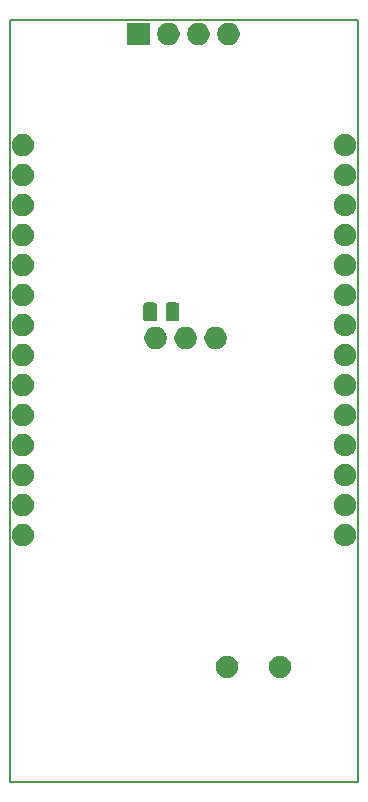
<source format=gbr>
G04 #@! TF.GenerationSoftware,KiCad,Pcbnew,(5.1.6-0-10_14)*
G04 #@! TF.CreationDate,2021-01-15T18:00:30+01:00*
G04 #@! TF.ProjectId,cdm324,63646d33-3234-42e6-9b69-6361645f7063,rev?*
G04 #@! TF.SameCoordinates,Original*
G04 #@! TF.FileFunction,Soldermask,Bot*
G04 #@! TF.FilePolarity,Negative*
%FSLAX46Y46*%
G04 Gerber Fmt 4.6, Leading zero omitted, Abs format (unit mm)*
G04 Created by KiCad (PCBNEW (5.1.6-0-10_14)) date 2021-01-15 18:00:30*
%MOMM*%
%LPD*%
G01*
G04 APERTURE LIST*
G04 #@! TA.AperFunction,Profile*
%ADD10C,0.150000*%
G04 #@! TD*
%ADD11C,0.150000*%
G04 APERTURE END LIST*
D10*
X85350000Y-132600000D02*
X85350000Y-68100000D01*
X114850000Y-132600000D02*
X85350000Y-132600000D01*
X114850000Y-68100000D02*
X114850000Y-132600000D01*
X85350000Y-68100000D02*
X114850000Y-68100000D01*
D11*
G36*
X108527105Y-121926508D02*
G01*
X108699994Y-121998121D01*
X108855590Y-122102087D01*
X108987913Y-122234410D01*
X109091879Y-122390006D01*
X109163492Y-122562895D01*
X109200000Y-122746433D01*
X109200000Y-122933567D01*
X109163492Y-123117105D01*
X109091879Y-123289994D01*
X108987913Y-123445590D01*
X108855590Y-123577913D01*
X108699994Y-123681879D01*
X108527105Y-123753492D01*
X108343567Y-123790000D01*
X108156433Y-123790000D01*
X107972895Y-123753492D01*
X107800006Y-123681879D01*
X107644410Y-123577913D01*
X107512087Y-123445590D01*
X107408121Y-123289994D01*
X107336508Y-123117105D01*
X107300000Y-122933567D01*
X107300000Y-122746433D01*
X107336508Y-122562895D01*
X107408121Y-122390006D01*
X107512087Y-122234410D01*
X107644410Y-122102087D01*
X107800006Y-121998121D01*
X107972895Y-121926508D01*
X108156433Y-121890000D01*
X108343567Y-121890000D01*
X108527105Y-121926508D01*
G37*
G36*
X104027105Y-121926508D02*
G01*
X104199994Y-121998121D01*
X104355590Y-122102087D01*
X104487913Y-122234410D01*
X104591879Y-122390006D01*
X104663492Y-122562895D01*
X104700000Y-122746433D01*
X104700000Y-122933567D01*
X104663492Y-123117105D01*
X104591879Y-123289994D01*
X104487913Y-123445590D01*
X104355590Y-123577913D01*
X104199994Y-123681879D01*
X104027105Y-123753492D01*
X103843567Y-123790000D01*
X103656433Y-123790000D01*
X103472895Y-123753492D01*
X103300006Y-123681879D01*
X103144410Y-123577913D01*
X103012087Y-123445590D01*
X102908121Y-123289994D01*
X102836508Y-123117105D01*
X102800000Y-122933567D01*
X102800000Y-122746433D01*
X102836508Y-122562895D01*
X102908121Y-122390006D01*
X103012087Y-122234410D01*
X103144410Y-122102087D01*
X103300006Y-121998121D01*
X103472895Y-121926508D01*
X103656433Y-121890000D01*
X103843567Y-121890000D01*
X104027105Y-121926508D01*
G37*
G36*
X114017105Y-110786508D02*
G01*
X114189994Y-110858121D01*
X114345590Y-110962087D01*
X114477913Y-111094410D01*
X114581879Y-111250006D01*
X114653492Y-111422895D01*
X114690000Y-111606433D01*
X114690000Y-111793567D01*
X114653492Y-111977105D01*
X114581879Y-112149994D01*
X114477913Y-112305590D01*
X114345590Y-112437913D01*
X114189994Y-112541879D01*
X114017105Y-112613492D01*
X113833567Y-112650000D01*
X113646433Y-112650000D01*
X113462895Y-112613492D01*
X113290006Y-112541879D01*
X113134410Y-112437913D01*
X113002087Y-112305590D01*
X112898121Y-112149994D01*
X112826508Y-111977105D01*
X112790000Y-111793567D01*
X112790000Y-111606433D01*
X112826508Y-111422895D01*
X112898121Y-111250006D01*
X113002087Y-111094410D01*
X113134410Y-110962087D01*
X113290006Y-110858121D01*
X113462895Y-110786508D01*
X113646433Y-110750000D01*
X113833567Y-110750000D01*
X114017105Y-110786508D01*
G37*
G36*
X86737105Y-110786508D02*
G01*
X86909994Y-110858121D01*
X87065590Y-110962087D01*
X87197913Y-111094410D01*
X87301879Y-111250006D01*
X87373492Y-111422895D01*
X87410000Y-111606433D01*
X87410000Y-111793567D01*
X87373492Y-111977105D01*
X87301879Y-112149994D01*
X87197913Y-112305590D01*
X87065590Y-112437913D01*
X86909994Y-112541879D01*
X86737105Y-112613492D01*
X86553567Y-112650000D01*
X86366433Y-112650000D01*
X86182895Y-112613492D01*
X86010006Y-112541879D01*
X85854410Y-112437913D01*
X85722087Y-112305590D01*
X85618121Y-112149994D01*
X85546508Y-111977105D01*
X85510000Y-111793567D01*
X85510000Y-111606433D01*
X85546508Y-111422895D01*
X85618121Y-111250006D01*
X85722087Y-111094410D01*
X85854410Y-110962087D01*
X86010006Y-110858121D01*
X86182895Y-110786508D01*
X86366433Y-110750000D01*
X86553567Y-110750000D01*
X86737105Y-110786508D01*
G37*
G36*
X114017105Y-108246508D02*
G01*
X114189994Y-108318121D01*
X114345590Y-108422087D01*
X114477913Y-108554410D01*
X114581879Y-108710006D01*
X114653492Y-108882895D01*
X114690000Y-109066433D01*
X114690000Y-109253567D01*
X114653492Y-109437105D01*
X114581879Y-109609994D01*
X114477913Y-109765590D01*
X114345590Y-109897913D01*
X114189994Y-110001879D01*
X114017105Y-110073492D01*
X113833567Y-110110000D01*
X113646433Y-110110000D01*
X113462895Y-110073492D01*
X113290006Y-110001879D01*
X113134410Y-109897913D01*
X113002087Y-109765590D01*
X112898121Y-109609994D01*
X112826508Y-109437105D01*
X112790000Y-109253567D01*
X112790000Y-109066433D01*
X112826508Y-108882895D01*
X112898121Y-108710006D01*
X113002087Y-108554410D01*
X113134410Y-108422087D01*
X113290006Y-108318121D01*
X113462895Y-108246508D01*
X113646433Y-108210000D01*
X113833567Y-108210000D01*
X114017105Y-108246508D01*
G37*
G36*
X86737105Y-108246508D02*
G01*
X86909994Y-108318121D01*
X87065590Y-108422087D01*
X87197913Y-108554410D01*
X87301879Y-108710006D01*
X87373492Y-108882895D01*
X87410000Y-109066433D01*
X87410000Y-109253567D01*
X87373492Y-109437105D01*
X87301879Y-109609994D01*
X87197913Y-109765590D01*
X87065590Y-109897913D01*
X86909994Y-110001879D01*
X86737105Y-110073492D01*
X86553567Y-110110000D01*
X86366433Y-110110000D01*
X86182895Y-110073492D01*
X86010006Y-110001879D01*
X85854410Y-109897913D01*
X85722087Y-109765590D01*
X85618121Y-109609994D01*
X85546508Y-109437105D01*
X85510000Y-109253567D01*
X85510000Y-109066433D01*
X85546508Y-108882895D01*
X85618121Y-108710006D01*
X85722087Y-108554410D01*
X85854410Y-108422087D01*
X86010006Y-108318121D01*
X86182895Y-108246508D01*
X86366433Y-108210000D01*
X86553567Y-108210000D01*
X86737105Y-108246508D01*
G37*
G36*
X114017105Y-105706508D02*
G01*
X114189994Y-105778121D01*
X114345590Y-105882087D01*
X114477913Y-106014410D01*
X114581879Y-106170006D01*
X114653492Y-106342895D01*
X114690000Y-106526433D01*
X114690000Y-106713567D01*
X114653492Y-106897105D01*
X114581879Y-107069994D01*
X114477913Y-107225590D01*
X114345590Y-107357913D01*
X114189994Y-107461879D01*
X114017105Y-107533492D01*
X113833567Y-107570000D01*
X113646433Y-107570000D01*
X113462895Y-107533492D01*
X113290006Y-107461879D01*
X113134410Y-107357913D01*
X113002087Y-107225590D01*
X112898121Y-107069994D01*
X112826508Y-106897105D01*
X112790000Y-106713567D01*
X112790000Y-106526433D01*
X112826508Y-106342895D01*
X112898121Y-106170006D01*
X113002087Y-106014410D01*
X113134410Y-105882087D01*
X113290006Y-105778121D01*
X113462895Y-105706508D01*
X113646433Y-105670000D01*
X113833567Y-105670000D01*
X114017105Y-105706508D01*
G37*
G36*
X86737105Y-105706508D02*
G01*
X86909994Y-105778121D01*
X87065590Y-105882087D01*
X87197913Y-106014410D01*
X87301879Y-106170006D01*
X87373492Y-106342895D01*
X87410000Y-106526433D01*
X87410000Y-106713567D01*
X87373492Y-106897105D01*
X87301879Y-107069994D01*
X87197913Y-107225590D01*
X87065590Y-107357913D01*
X86909994Y-107461879D01*
X86737105Y-107533492D01*
X86553567Y-107570000D01*
X86366433Y-107570000D01*
X86182895Y-107533492D01*
X86010006Y-107461879D01*
X85854410Y-107357913D01*
X85722087Y-107225590D01*
X85618121Y-107069994D01*
X85546508Y-106897105D01*
X85510000Y-106713567D01*
X85510000Y-106526433D01*
X85546508Y-106342895D01*
X85618121Y-106170006D01*
X85722087Y-106014410D01*
X85854410Y-105882087D01*
X86010006Y-105778121D01*
X86182895Y-105706508D01*
X86366433Y-105670000D01*
X86553567Y-105670000D01*
X86737105Y-105706508D01*
G37*
G36*
X86737105Y-103166508D02*
G01*
X86909994Y-103238121D01*
X87065590Y-103342087D01*
X87197913Y-103474410D01*
X87301879Y-103630006D01*
X87373492Y-103802895D01*
X87410000Y-103986433D01*
X87410000Y-104173567D01*
X87373492Y-104357105D01*
X87301879Y-104529994D01*
X87197913Y-104685590D01*
X87065590Y-104817913D01*
X86909994Y-104921879D01*
X86737105Y-104993492D01*
X86553567Y-105030000D01*
X86366433Y-105030000D01*
X86182895Y-104993492D01*
X86010006Y-104921879D01*
X85854410Y-104817913D01*
X85722087Y-104685590D01*
X85618121Y-104529994D01*
X85546508Y-104357105D01*
X85510000Y-104173567D01*
X85510000Y-103986433D01*
X85546508Y-103802895D01*
X85618121Y-103630006D01*
X85722087Y-103474410D01*
X85854410Y-103342087D01*
X86010006Y-103238121D01*
X86182895Y-103166508D01*
X86366433Y-103130000D01*
X86553567Y-103130000D01*
X86737105Y-103166508D01*
G37*
G36*
X114017105Y-103166508D02*
G01*
X114189994Y-103238121D01*
X114345590Y-103342087D01*
X114477913Y-103474410D01*
X114581879Y-103630006D01*
X114653492Y-103802895D01*
X114690000Y-103986433D01*
X114690000Y-104173567D01*
X114653492Y-104357105D01*
X114581879Y-104529994D01*
X114477913Y-104685590D01*
X114345590Y-104817913D01*
X114189994Y-104921879D01*
X114017105Y-104993492D01*
X113833567Y-105030000D01*
X113646433Y-105030000D01*
X113462895Y-104993492D01*
X113290006Y-104921879D01*
X113134410Y-104817913D01*
X113002087Y-104685590D01*
X112898121Y-104529994D01*
X112826508Y-104357105D01*
X112790000Y-104173567D01*
X112790000Y-103986433D01*
X112826508Y-103802895D01*
X112898121Y-103630006D01*
X113002087Y-103474410D01*
X113134410Y-103342087D01*
X113290006Y-103238121D01*
X113462895Y-103166508D01*
X113646433Y-103130000D01*
X113833567Y-103130000D01*
X114017105Y-103166508D01*
G37*
G36*
X86737105Y-100626508D02*
G01*
X86909994Y-100698121D01*
X87065590Y-100802087D01*
X87197913Y-100934410D01*
X87301879Y-101090006D01*
X87373492Y-101262895D01*
X87410000Y-101446433D01*
X87410000Y-101633567D01*
X87373492Y-101817105D01*
X87301879Y-101989994D01*
X87197913Y-102145590D01*
X87065590Y-102277913D01*
X86909994Y-102381879D01*
X86737105Y-102453492D01*
X86553567Y-102490000D01*
X86366433Y-102490000D01*
X86182895Y-102453492D01*
X86010006Y-102381879D01*
X85854410Y-102277913D01*
X85722087Y-102145590D01*
X85618121Y-101989994D01*
X85546508Y-101817105D01*
X85510000Y-101633567D01*
X85510000Y-101446433D01*
X85546508Y-101262895D01*
X85618121Y-101090006D01*
X85722087Y-100934410D01*
X85854410Y-100802087D01*
X86010006Y-100698121D01*
X86182895Y-100626508D01*
X86366433Y-100590000D01*
X86553567Y-100590000D01*
X86737105Y-100626508D01*
G37*
G36*
X114017105Y-100626508D02*
G01*
X114189994Y-100698121D01*
X114345590Y-100802087D01*
X114477913Y-100934410D01*
X114581879Y-101090006D01*
X114653492Y-101262895D01*
X114690000Y-101446433D01*
X114690000Y-101633567D01*
X114653492Y-101817105D01*
X114581879Y-101989994D01*
X114477913Y-102145590D01*
X114345590Y-102277913D01*
X114189994Y-102381879D01*
X114017105Y-102453492D01*
X113833567Y-102490000D01*
X113646433Y-102490000D01*
X113462895Y-102453492D01*
X113290006Y-102381879D01*
X113134410Y-102277913D01*
X113002087Y-102145590D01*
X112898121Y-101989994D01*
X112826508Y-101817105D01*
X112790000Y-101633567D01*
X112790000Y-101446433D01*
X112826508Y-101262895D01*
X112898121Y-101090006D01*
X113002087Y-100934410D01*
X113134410Y-100802087D01*
X113290006Y-100698121D01*
X113462895Y-100626508D01*
X113646433Y-100590000D01*
X113833567Y-100590000D01*
X114017105Y-100626508D01*
G37*
G36*
X86737105Y-98086508D02*
G01*
X86909994Y-98158121D01*
X87065590Y-98262087D01*
X87197913Y-98394410D01*
X87301879Y-98550006D01*
X87373492Y-98722895D01*
X87410000Y-98906433D01*
X87410000Y-99093567D01*
X87373492Y-99277105D01*
X87301879Y-99449994D01*
X87197913Y-99605590D01*
X87065590Y-99737913D01*
X86909994Y-99841879D01*
X86737105Y-99913492D01*
X86553567Y-99950000D01*
X86366433Y-99950000D01*
X86182895Y-99913492D01*
X86010006Y-99841879D01*
X85854410Y-99737913D01*
X85722087Y-99605590D01*
X85618121Y-99449994D01*
X85546508Y-99277105D01*
X85510000Y-99093567D01*
X85510000Y-98906433D01*
X85546508Y-98722895D01*
X85618121Y-98550006D01*
X85722087Y-98394410D01*
X85854410Y-98262087D01*
X86010006Y-98158121D01*
X86182895Y-98086508D01*
X86366433Y-98050000D01*
X86553567Y-98050000D01*
X86737105Y-98086508D01*
G37*
G36*
X114017105Y-98086508D02*
G01*
X114189994Y-98158121D01*
X114345590Y-98262087D01*
X114477913Y-98394410D01*
X114581879Y-98550006D01*
X114653492Y-98722895D01*
X114690000Y-98906433D01*
X114690000Y-99093567D01*
X114653492Y-99277105D01*
X114581879Y-99449994D01*
X114477913Y-99605590D01*
X114345590Y-99737913D01*
X114189994Y-99841879D01*
X114017105Y-99913492D01*
X113833567Y-99950000D01*
X113646433Y-99950000D01*
X113462895Y-99913492D01*
X113290006Y-99841879D01*
X113134410Y-99737913D01*
X113002087Y-99605590D01*
X112898121Y-99449994D01*
X112826508Y-99277105D01*
X112790000Y-99093567D01*
X112790000Y-98906433D01*
X112826508Y-98722895D01*
X112898121Y-98550006D01*
X113002087Y-98394410D01*
X113134410Y-98262087D01*
X113290006Y-98158121D01*
X113462895Y-98086508D01*
X113646433Y-98050000D01*
X113833567Y-98050000D01*
X114017105Y-98086508D01*
G37*
G36*
X86737105Y-95546508D02*
G01*
X86909994Y-95618121D01*
X87065590Y-95722087D01*
X87197913Y-95854410D01*
X87301879Y-96010006D01*
X87373492Y-96182895D01*
X87410000Y-96366433D01*
X87410000Y-96553567D01*
X87373492Y-96737105D01*
X87301879Y-96909994D01*
X87197913Y-97065590D01*
X87065590Y-97197913D01*
X86909994Y-97301879D01*
X86737105Y-97373492D01*
X86553567Y-97410000D01*
X86366433Y-97410000D01*
X86182895Y-97373492D01*
X86010006Y-97301879D01*
X85854410Y-97197913D01*
X85722087Y-97065590D01*
X85618121Y-96909994D01*
X85546508Y-96737105D01*
X85510000Y-96553567D01*
X85510000Y-96366433D01*
X85546508Y-96182895D01*
X85618121Y-96010006D01*
X85722087Y-95854410D01*
X85854410Y-95722087D01*
X86010006Y-95618121D01*
X86182895Y-95546508D01*
X86366433Y-95510000D01*
X86553567Y-95510000D01*
X86737105Y-95546508D01*
G37*
G36*
X114017105Y-95546508D02*
G01*
X114189994Y-95618121D01*
X114345590Y-95722087D01*
X114477913Y-95854410D01*
X114581879Y-96010006D01*
X114653492Y-96182895D01*
X114690000Y-96366433D01*
X114690000Y-96553567D01*
X114653492Y-96737105D01*
X114581879Y-96909994D01*
X114477913Y-97065590D01*
X114345590Y-97197913D01*
X114189994Y-97301879D01*
X114017105Y-97373492D01*
X113833567Y-97410000D01*
X113646433Y-97410000D01*
X113462895Y-97373492D01*
X113290006Y-97301879D01*
X113134410Y-97197913D01*
X113002087Y-97065590D01*
X112898121Y-96909994D01*
X112826508Y-96737105D01*
X112790000Y-96553567D01*
X112790000Y-96366433D01*
X112826508Y-96182895D01*
X112898121Y-96010006D01*
X113002087Y-95854410D01*
X113134410Y-95722087D01*
X113290006Y-95618121D01*
X113462895Y-95546508D01*
X113646433Y-95510000D01*
X113833567Y-95510000D01*
X114017105Y-95546508D01*
G37*
G36*
X103067105Y-94086508D02*
G01*
X103239994Y-94158121D01*
X103395590Y-94262087D01*
X103527913Y-94394410D01*
X103631879Y-94550006D01*
X103703492Y-94722895D01*
X103740000Y-94906433D01*
X103740000Y-95093567D01*
X103703492Y-95277105D01*
X103631879Y-95449994D01*
X103527913Y-95605590D01*
X103395590Y-95737913D01*
X103239994Y-95841879D01*
X103067105Y-95913492D01*
X102883567Y-95950000D01*
X102696433Y-95950000D01*
X102512895Y-95913492D01*
X102340006Y-95841879D01*
X102184410Y-95737913D01*
X102052087Y-95605590D01*
X101948121Y-95449994D01*
X101876508Y-95277105D01*
X101840000Y-95093567D01*
X101840000Y-94906433D01*
X101876508Y-94722895D01*
X101948121Y-94550006D01*
X102052087Y-94394410D01*
X102184410Y-94262087D01*
X102340006Y-94158121D01*
X102512895Y-94086508D01*
X102696433Y-94050000D01*
X102883567Y-94050000D01*
X103067105Y-94086508D01*
G37*
G36*
X100527105Y-94086508D02*
G01*
X100699994Y-94158121D01*
X100855590Y-94262087D01*
X100987913Y-94394410D01*
X101091879Y-94550006D01*
X101163492Y-94722895D01*
X101200000Y-94906433D01*
X101200000Y-95093567D01*
X101163492Y-95277105D01*
X101091879Y-95449994D01*
X100987913Y-95605590D01*
X100855590Y-95737913D01*
X100699994Y-95841879D01*
X100527105Y-95913492D01*
X100343567Y-95950000D01*
X100156433Y-95950000D01*
X99972895Y-95913492D01*
X99800006Y-95841879D01*
X99644410Y-95737913D01*
X99512087Y-95605590D01*
X99408121Y-95449994D01*
X99336508Y-95277105D01*
X99300000Y-95093567D01*
X99300000Y-94906433D01*
X99336508Y-94722895D01*
X99408121Y-94550006D01*
X99512087Y-94394410D01*
X99644410Y-94262087D01*
X99800006Y-94158121D01*
X99972895Y-94086508D01*
X100156433Y-94050000D01*
X100343567Y-94050000D01*
X100527105Y-94086508D01*
G37*
G36*
X97987105Y-94086508D02*
G01*
X98159994Y-94158121D01*
X98315590Y-94262087D01*
X98447913Y-94394410D01*
X98551879Y-94550006D01*
X98623492Y-94722895D01*
X98660000Y-94906433D01*
X98660000Y-95093567D01*
X98623492Y-95277105D01*
X98551879Y-95449994D01*
X98447913Y-95605590D01*
X98315590Y-95737913D01*
X98159994Y-95841879D01*
X97987105Y-95913492D01*
X97803567Y-95950000D01*
X97616433Y-95950000D01*
X97432895Y-95913492D01*
X97260006Y-95841879D01*
X97104410Y-95737913D01*
X96972087Y-95605590D01*
X96868121Y-95449994D01*
X96796508Y-95277105D01*
X96760000Y-95093567D01*
X96760000Y-94906433D01*
X96796508Y-94722895D01*
X96868121Y-94550006D01*
X96972087Y-94394410D01*
X97104410Y-94262087D01*
X97260006Y-94158121D01*
X97432895Y-94086508D01*
X97616433Y-94050000D01*
X97803567Y-94050000D01*
X97987105Y-94086508D01*
G37*
G36*
X86737105Y-93006508D02*
G01*
X86909994Y-93078121D01*
X87065590Y-93182087D01*
X87197913Y-93314410D01*
X87301879Y-93470006D01*
X87373492Y-93642895D01*
X87410000Y-93826433D01*
X87410000Y-94013567D01*
X87373492Y-94197105D01*
X87301879Y-94369994D01*
X87197913Y-94525590D01*
X87065590Y-94657913D01*
X86909994Y-94761879D01*
X86737105Y-94833492D01*
X86553567Y-94870000D01*
X86366433Y-94870000D01*
X86182895Y-94833492D01*
X86010006Y-94761879D01*
X85854410Y-94657913D01*
X85722087Y-94525590D01*
X85618121Y-94369994D01*
X85546508Y-94197105D01*
X85510000Y-94013567D01*
X85510000Y-93826433D01*
X85546508Y-93642895D01*
X85618121Y-93470006D01*
X85722087Y-93314410D01*
X85854410Y-93182087D01*
X86010006Y-93078121D01*
X86182895Y-93006508D01*
X86366433Y-92970000D01*
X86553567Y-92970000D01*
X86737105Y-93006508D01*
G37*
G36*
X114017105Y-93006508D02*
G01*
X114189994Y-93078121D01*
X114345590Y-93182087D01*
X114477913Y-93314410D01*
X114581879Y-93470006D01*
X114653492Y-93642895D01*
X114690000Y-93826433D01*
X114690000Y-94013567D01*
X114653492Y-94197105D01*
X114581879Y-94369994D01*
X114477913Y-94525590D01*
X114345590Y-94657913D01*
X114189994Y-94761879D01*
X114017105Y-94833492D01*
X113833567Y-94870000D01*
X113646433Y-94870000D01*
X113462895Y-94833492D01*
X113290006Y-94761879D01*
X113134410Y-94657913D01*
X113002087Y-94525590D01*
X112898121Y-94369994D01*
X112826508Y-94197105D01*
X112790000Y-94013567D01*
X112790000Y-93826433D01*
X112826508Y-93642895D01*
X112898121Y-93470006D01*
X113002087Y-93314410D01*
X113134410Y-93182087D01*
X113290006Y-93078121D01*
X113462895Y-93006508D01*
X113646433Y-92970000D01*
X113833567Y-92970000D01*
X114017105Y-93006508D01*
G37*
G36*
X97653708Y-92005158D02*
G01*
X97699345Y-92019001D01*
X97741400Y-92041480D01*
X97778265Y-92071735D01*
X97808520Y-92108600D01*
X97830999Y-92150655D01*
X97844842Y-92196292D01*
X97850000Y-92248658D01*
X97850000Y-93351342D01*
X97844842Y-93403708D01*
X97830999Y-93449345D01*
X97808520Y-93491400D01*
X97778265Y-93528265D01*
X97741400Y-93558520D01*
X97699345Y-93580999D01*
X97653708Y-93594842D01*
X97601342Y-93600000D01*
X96923658Y-93600000D01*
X96871292Y-93594842D01*
X96825655Y-93580999D01*
X96783600Y-93558520D01*
X96746735Y-93528265D01*
X96716480Y-93491400D01*
X96694001Y-93449345D01*
X96680158Y-93403708D01*
X96675000Y-93351342D01*
X96675000Y-92248658D01*
X96680158Y-92196292D01*
X96694001Y-92150655D01*
X96716480Y-92108600D01*
X96746735Y-92071735D01*
X96783600Y-92041480D01*
X96825655Y-92019001D01*
X96871292Y-92005158D01*
X96923658Y-92000000D01*
X97601342Y-92000000D01*
X97653708Y-92005158D01*
G37*
G36*
X99528708Y-92005158D02*
G01*
X99574345Y-92019001D01*
X99616400Y-92041480D01*
X99653265Y-92071735D01*
X99683520Y-92108600D01*
X99705999Y-92150655D01*
X99719842Y-92196292D01*
X99725000Y-92248658D01*
X99725000Y-93351342D01*
X99719842Y-93403708D01*
X99705999Y-93449345D01*
X99683520Y-93491400D01*
X99653265Y-93528265D01*
X99616400Y-93558520D01*
X99574345Y-93580999D01*
X99528708Y-93594842D01*
X99476342Y-93600000D01*
X98798658Y-93600000D01*
X98746292Y-93594842D01*
X98700655Y-93580999D01*
X98658600Y-93558520D01*
X98621735Y-93528265D01*
X98591480Y-93491400D01*
X98569001Y-93449345D01*
X98555158Y-93403708D01*
X98550000Y-93351342D01*
X98550000Y-92248658D01*
X98555158Y-92196292D01*
X98569001Y-92150655D01*
X98591480Y-92108600D01*
X98621735Y-92071735D01*
X98658600Y-92041480D01*
X98700655Y-92019001D01*
X98746292Y-92005158D01*
X98798658Y-92000000D01*
X99476342Y-92000000D01*
X99528708Y-92005158D01*
G37*
G36*
X86737105Y-90466508D02*
G01*
X86909994Y-90538121D01*
X87065590Y-90642087D01*
X87197913Y-90774410D01*
X87301879Y-90930006D01*
X87373492Y-91102895D01*
X87410000Y-91286433D01*
X87410000Y-91473567D01*
X87373492Y-91657105D01*
X87301879Y-91829994D01*
X87197913Y-91985590D01*
X87065590Y-92117913D01*
X86909994Y-92221879D01*
X86737105Y-92293492D01*
X86553567Y-92330000D01*
X86366433Y-92330000D01*
X86182895Y-92293492D01*
X86010006Y-92221879D01*
X85854410Y-92117913D01*
X85722087Y-91985590D01*
X85618121Y-91829994D01*
X85546508Y-91657105D01*
X85510000Y-91473567D01*
X85510000Y-91286433D01*
X85546508Y-91102895D01*
X85618121Y-90930006D01*
X85722087Y-90774410D01*
X85854410Y-90642087D01*
X86010006Y-90538121D01*
X86182895Y-90466508D01*
X86366433Y-90430000D01*
X86553567Y-90430000D01*
X86737105Y-90466508D01*
G37*
G36*
X114017105Y-90466508D02*
G01*
X114189994Y-90538121D01*
X114345590Y-90642087D01*
X114477913Y-90774410D01*
X114581879Y-90930006D01*
X114653492Y-91102895D01*
X114690000Y-91286433D01*
X114690000Y-91473567D01*
X114653492Y-91657105D01*
X114581879Y-91829994D01*
X114477913Y-91985590D01*
X114345590Y-92117913D01*
X114189994Y-92221879D01*
X114017105Y-92293492D01*
X113833567Y-92330000D01*
X113646433Y-92330000D01*
X113462895Y-92293492D01*
X113290006Y-92221879D01*
X113134410Y-92117913D01*
X113002087Y-91985590D01*
X112898121Y-91829994D01*
X112826508Y-91657105D01*
X112790000Y-91473567D01*
X112790000Y-91286433D01*
X112826508Y-91102895D01*
X112898121Y-90930006D01*
X113002087Y-90774410D01*
X113134410Y-90642087D01*
X113290006Y-90538121D01*
X113462895Y-90466508D01*
X113646433Y-90430000D01*
X113833567Y-90430000D01*
X114017105Y-90466508D01*
G37*
G36*
X114017105Y-87926508D02*
G01*
X114189994Y-87998121D01*
X114345590Y-88102087D01*
X114477913Y-88234410D01*
X114581879Y-88390006D01*
X114653492Y-88562895D01*
X114690000Y-88746433D01*
X114690000Y-88933567D01*
X114653492Y-89117105D01*
X114581879Y-89289994D01*
X114477913Y-89445590D01*
X114345590Y-89577913D01*
X114189994Y-89681879D01*
X114017105Y-89753492D01*
X113833567Y-89790000D01*
X113646433Y-89790000D01*
X113462895Y-89753492D01*
X113290006Y-89681879D01*
X113134410Y-89577913D01*
X113002087Y-89445590D01*
X112898121Y-89289994D01*
X112826508Y-89117105D01*
X112790000Y-88933567D01*
X112790000Y-88746433D01*
X112826508Y-88562895D01*
X112898121Y-88390006D01*
X113002087Y-88234410D01*
X113134410Y-88102087D01*
X113290006Y-87998121D01*
X113462895Y-87926508D01*
X113646433Y-87890000D01*
X113833567Y-87890000D01*
X114017105Y-87926508D01*
G37*
G36*
X86737105Y-87926508D02*
G01*
X86909994Y-87998121D01*
X87065590Y-88102087D01*
X87197913Y-88234410D01*
X87301879Y-88390006D01*
X87373492Y-88562895D01*
X87410000Y-88746433D01*
X87410000Y-88933567D01*
X87373492Y-89117105D01*
X87301879Y-89289994D01*
X87197913Y-89445590D01*
X87065590Y-89577913D01*
X86909994Y-89681879D01*
X86737105Y-89753492D01*
X86553567Y-89790000D01*
X86366433Y-89790000D01*
X86182895Y-89753492D01*
X86010006Y-89681879D01*
X85854410Y-89577913D01*
X85722087Y-89445590D01*
X85618121Y-89289994D01*
X85546508Y-89117105D01*
X85510000Y-88933567D01*
X85510000Y-88746433D01*
X85546508Y-88562895D01*
X85618121Y-88390006D01*
X85722087Y-88234410D01*
X85854410Y-88102087D01*
X86010006Y-87998121D01*
X86182895Y-87926508D01*
X86366433Y-87890000D01*
X86553567Y-87890000D01*
X86737105Y-87926508D01*
G37*
G36*
X114017105Y-85386508D02*
G01*
X114189994Y-85458121D01*
X114345590Y-85562087D01*
X114477913Y-85694410D01*
X114581879Y-85850006D01*
X114653492Y-86022895D01*
X114690000Y-86206433D01*
X114690000Y-86393567D01*
X114653492Y-86577105D01*
X114581879Y-86749994D01*
X114477913Y-86905590D01*
X114345590Y-87037913D01*
X114189994Y-87141879D01*
X114017105Y-87213492D01*
X113833567Y-87250000D01*
X113646433Y-87250000D01*
X113462895Y-87213492D01*
X113290006Y-87141879D01*
X113134410Y-87037913D01*
X113002087Y-86905590D01*
X112898121Y-86749994D01*
X112826508Y-86577105D01*
X112790000Y-86393567D01*
X112790000Y-86206433D01*
X112826508Y-86022895D01*
X112898121Y-85850006D01*
X113002087Y-85694410D01*
X113134410Y-85562087D01*
X113290006Y-85458121D01*
X113462895Y-85386508D01*
X113646433Y-85350000D01*
X113833567Y-85350000D01*
X114017105Y-85386508D01*
G37*
G36*
X86737105Y-85386508D02*
G01*
X86909994Y-85458121D01*
X87065590Y-85562087D01*
X87197913Y-85694410D01*
X87301879Y-85850006D01*
X87373492Y-86022895D01*
X87410000Y-86206433D01*
X87410000Y-86393567D01*
X87373492Y-86577105D01*
X87301879Y-86749994D01*
X87197913Y-86905590D01*
X87065590Y-87037913D01*
X86909994Y-87141879D01*
X86737105Y-87213492D01*
X86553567Y-87250000D01*
X86366433Y-87250000D01*
X86182895Y-87213492D01*
X86010006Y-87141879D01*
X85854410Y-87037913D01*
X85722087Y-86905590D01*
X85618121Y-86749994D01*
X85546508Y-86577105D01*
X85510000Y-86393567D01*
X85510000Y-86206433D01*
X85546508Y-86022895D01*
X85618121Y-85850006D01*
X85722087Y-85694410D01*
X85854410Y-85562087D01*
X86010006Y-85458121D01*
X86182895Y-85386508D01*
X86366433Y-85350000D01*
X86553567Y-85350000D01*
X86737105Y-85386508D01*
G37*
G36*
X114017105Y-82846508D02*
G01*
X114189994Y-82918121D01*
X114345590Y-83022087D01*
X114477913Y-83154410D01*
X114581879Y-83310006D01*
X114653492Y-83482895D01*
X114690000Y-83666433D01*
X114690000Y-83853567D01*
X114653492Y-84037105D01*
X114581879Y-84209994D01*
X114477913Y-84365590D01*
X114345590Y-84497913D01*
X114189994Y-84601879D01*
X114017105Y-84673492D01*
X113833567Y-84710000D01*
X113646433Y-84710000D01*
X113462895Y-84673492D01*
X113290006Y-84601879D01*
X113134410Y-84497913D01*
X113002087Y-84365590D01*
X112898121Y-84209994D01*
X112826508Y-84037105D01*
X112790000Y-83853567D01*
X112790000Y-83666433D01*
X112826508Y-83482895D01*
X112898121Y-83310006D01*
X113002087Y-83154410D01*
X113134410Y-83022087D01*
X113290006Y-82918121D01*
X113462895Y-82846508D01*
X113646433Y-82810000D01*
X113833567Y-82810000D01*
X114017105Y-82846508D01*
G37*
G36*
X86737105Y-82846508D02*
G01*
X86909994Y-82918121D01*
X87065590Y-83022087D01*
X87197913Y-83154410D01*
X87301879Y-83310006D01*
X87373492Y-83482895D01*
X87410000Y-83666433D01*
X87410000Y-83853567D01*
X87373492Y-84037105D01*
X87301879Y-84209994D01*
X87197913Y-84365590D01*
X87065590Y-84497913D01*
X86909994Y-84601879D01*
X86737105Y-84673492D01*
X86553567Y-84710000D01*
X86366433Y-84710000D01*
X86182895Y-84673492D01*
X86010006Y-84601879D01*
X85854410Y-84497913D01*
X85722087Y-84365590D01*
X85618121Y-84209994D01*
X85546508Y-84037105D01*
X85510000Y-83853567D01*
X85510000Y-83666433D01*
X85546508Y-83482895D01*
X85618121Y-83310006D01*
X85722087Y-83154410D01*
X85854410Y-83022087D01*
X86010006Y-82918121D01*
X86182895Y-82846508D01*
X86366433Y-82810000D01*
X86553567Y-82810000D01*
X86737105Y-82846508D01*
G37*
G36*
X86737105Y-80306508D02*
G01*
X86909994Y-80378121D01*
X87065590Y-80482087D01*
X87197913Y-80614410D01*
X87301879Y-80770006D01*
X87373492Y-80942895D01*
X87410000Y-81126433D01*
X87410000Y-81313567D01*
X87373492Y-81497105D01*
X87301879Y-81669994D01*
X87197913Y-81825590D01*
X87065590Y-81957913D01*
X86909994Y-82061879D01*
X86737105Y-82133492D01*
X86553567Y-82170000D01*
X86366433Y-82170000D01*
X86182895Y-82133492D01*
X86010006Y-82061879D01*
X85854410Y-81957913D01*
X85722087Y-81825590D01*
X85618121Y-81669994D01*
X85546508Y-81497105D01*
X85510000Y-81313567D01*
X85510000Y-81126433D01*
X85546508Y-80942895D01*
X85618121Y-80770006D01*
X85722087Y-80614410D01*
X85854410Y-80482087D01*
X86010006Y-80378121D01*
X86182895Y-80306508D01*
X86366433Y-80270000D01*
X86553567Y-80270000D01*
X86737105Y-80306508D01*
G37*
G36*
X114017105Y-80306508D02*
G01*
X114189994Y-80378121D01*
X114345590Y-80482087D01*
X114477913Y-80614410D01*
X114581879Y-80770006D01*
X114653492Y-80942895D01*
X114690000Y-81126433D01*
X114690000Y-81313567D01*
X114653492Y-81497105D01*
X114581879Y-81669994D01*
X114477913Y-81825590D01*
X114345590Y-81957913D01*
X114189994Y-82061879D01*
X114017105Y-82133492D01*
X113833567Y-82170000D01*
X113646433Y-82170000D01*
X113462895Y-82133492D01*
X113290006Y-82061879D01*
X113134410Y-81957913D01*
X113002087Y-81825590D01*
X112898121Y-81669994D01*
X112826508Y-81497105D01*
X112790000Y-81313567D01*
X112790000Y-81126433D01*
X112826508Y-80942895D01*
X112898121Y-80770006D01*
X113002087Y-80614410D01*
X113134410Y-80482087D01*
X113290006Y-80378121D01*
X113462895Y-80306508D01*
X113646433Y-80270000D01*
X113833567Y-80270000D01*
X114017105Y-80306508D01*
G37*
G36*
X86737105Y-77766508D02*
G01*
X86909994Y-77838121D01*
X87065590Y-77942087D01*
X87197913Y-78074410D01*
X87301879Y-78230006D01*
X87373492Y-78402895D01*
X87410000Y-78586433D01*
X87410000Y-78773567D01*
X87373492Y-78957105D01*
X87301879Y-79129994D01*
X87197913Y-79285590D01*
X87065590Y-79417913D01*
X86909994Y-79521879D01*
X86737105Y-79593492D01*
X86553567Y-79630000D01*
X86366433Y-79630000D01*
X86182895Y-79593492D01*
X86010006Y-79521879D01*
X85854410Y-79417913D01*
X85722087Y-79285590D01*
X85618121Y-79129994D01*
X85546508Y-78957105D01*
X85510000Y-78773567D01*
X85510000Y-78586433D01*
X85546508Y-78402895D01*
X85618121Y-78230006D01*
X85722087Y-78074410D01*
X85854410Y-77942087D01*
X86010006Y-77838121D01*
X86182895Y-77766508D01*
X86366433Y-77730000D01*
X86553567Y-77730000D01*
X86737105Y-77766508D01*
G37*
G36*
X114017105Y-77766508D02*
G01*
X114189994Y-77838121D01*
X114345590Y-77942087D01*
X114477913Y-78074410D01*
X114581879Y-78230006D01*
X114653492Y-78402895D01*
X114690000Y-78586433D01*
X114690000Y-78773567D01*
X114653492Y-78957105D01*
X114581879Y-79129994D01*
X114477913Y-79285590D01*
X114345590Y-79417913D01*
X114189994Y-79521879D01*
X114017105Y-79593492D01*
X113833567Y-79630000D01*
X113646433Y-79630000D01*
X113462895Y-79593492D01*
X113290006Y-79521879D01*
X113134410Y-79417913D01*
X113002087Y-79285590D01*
X112898121Y-79129994D01*
X112826508Y-78957105D01*
X112790000Y-78773567D01*
X112790000Y-78586433D01*
X112826508Y-78402895D01*
X112898121Y-78230006D01*
X113002087Y-78074410D01*
X113134410Y-77942087D01*
X113290006Y-77838121D01*
X113462895Y-77766508D01*
X113646433Y-77730000D01*
X113833567Y-77730000D01*
X114017105Y-77766508D01*
G37*
G36*
X97200000Y-70200000D02*
G01*
X95300000Y-70200000D01*
X95300000Y-68300000D01*
X97200000Y-68300000D01*
X97200000Y-70200000D01*
G37*
G36*
X99067105Y-68336508D02*
G01*
X99239994Y-68408121D01*
X99395590Y-68512087D01*
X99527913Y-68644410D01*
X99631879Y-68800006D01*
X99703492Y-68972895D01*
X99740000Y-69156433D01*
X99740000Y-69343567D01*
X99703492Y-69527105D01*
X99631879Y-69699994D01*
X99527913Y-69855590D01*
X99395590Y-69987913D01*
X99239994Y-70091879D01*
X99067105Y-70163492D01*
X98883567Y-70200000D01*
X98696433Y-70200000D01*
X98512895Y-70163492D01*
X98340006Y-70091879D01*
X98184410Y-69987913D01*
X98052087Y-69855590D01*
X97948121Y-69699994D01*
X97876508Y-69527105D01*
X97840000Y-69343567D01*
X97840000Y-69156433D01*
X97876508Y-68972895D01*
X97948121Y-68800006D01*
X98052087Y-68644410D01*
X98184410Y-68512087D01*
X98340006Y-68408121D01*
X98512895Y-68336508D01*
X98696433Y-68300000D01*
X98883567Y-68300000D01*
X99067105Y-68336508D01*
G37*
G36*
X101607105Y-68336508D02*
G01*
X101779994Y-68408121D01*
X101935590Y-68512087D01*
X102067913Y-68644410D01*
X102171879Y-68800006D01*
X102243492Y-68972895D01*
X102280000Y-69156433D01*
X102280000Y-69343567D01*
X102243492Y-69527105D01*
X102171879Y-69699994D01*
X102067913Y-69855590D01*
X101935590Y-69987913D01*
X101779994Y-70091879D01*
X101607105Y-70163492D01*
X101423567Y-70200000D01*
X101236433Y-70200000D01*
X101052895Y-70163492D01*
X100880006Y-70091879D01*
X100724410Y-69987913D01*
X100592087Y-69855590D01*
X100488121Y-69699994D01*
X100416508Y-69527105D01*
X100380000Y-69343567D01*
X100380000Y-69156433D01*
X100416508Y-68972895D01*
X100488121Y-68800006D01*
X100592087Y-68644410D01*
X100724410Y-68512087D01*
X100880006Y-68408121D01*
X101052895Y-68336508D01*
X101236433Y-68300000D01*
X101423567Y-68300000D01*
X101607105Y-68336508D01*
G37*
G36*
X104147105Y-68336508D02*
G01*
X104319994Y-68408121D01*
X104475590Y-68512087D01*
X104607913Y-68644410D01*
X104711879Y-68800006D01*
X104783492Y-68972895D01*
X104820000Y-69156433D01*
X104820000Y-69343567D01*
X104783492Y-69527105D01*
X104711879Y-69699994D01*
X104607913Y-69855590D01*
X104475590Y-69987913D01*
X104319994Y-70091879D01*
X104147105Y-70163492D01*
X103963567Y-70200000D01*
X103776433Y-70200000D01*
X103592895Y-70163492D01*
X103420006Y-70091879D01*
X103264410Y-69987913D01*
X103132087Y-69855590D01*
X103028121Y-69699994D01*
X102956508Y-69527105D01*
X102920000Y-69343567D01*
X102920000Y-69156433D01*
X102956508Y-68972895D01*
X103028121Y-68800006D01*
X103132087Y-68644410D01*
X103264410Y-68512087D01*
X103420006Y-68408121D01*
X103592895Y-68336508D01*
X103776433Y-68300000D01*
X103963567Y-68300000D01*
X104147105Y-68336508D01*
G37*
M02*

</source>
